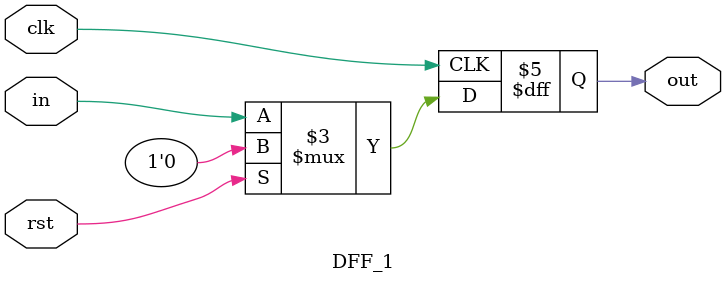
<source format=sv>
module DFF_1(
    input clk,
    input rst,
    input in,
    output logic out
);


always@(posedge clk)begin
    if(rst)begin
        out<=1'b0;
    end
    else begin
        out<=in;
    end
end

endmodule

</source>
